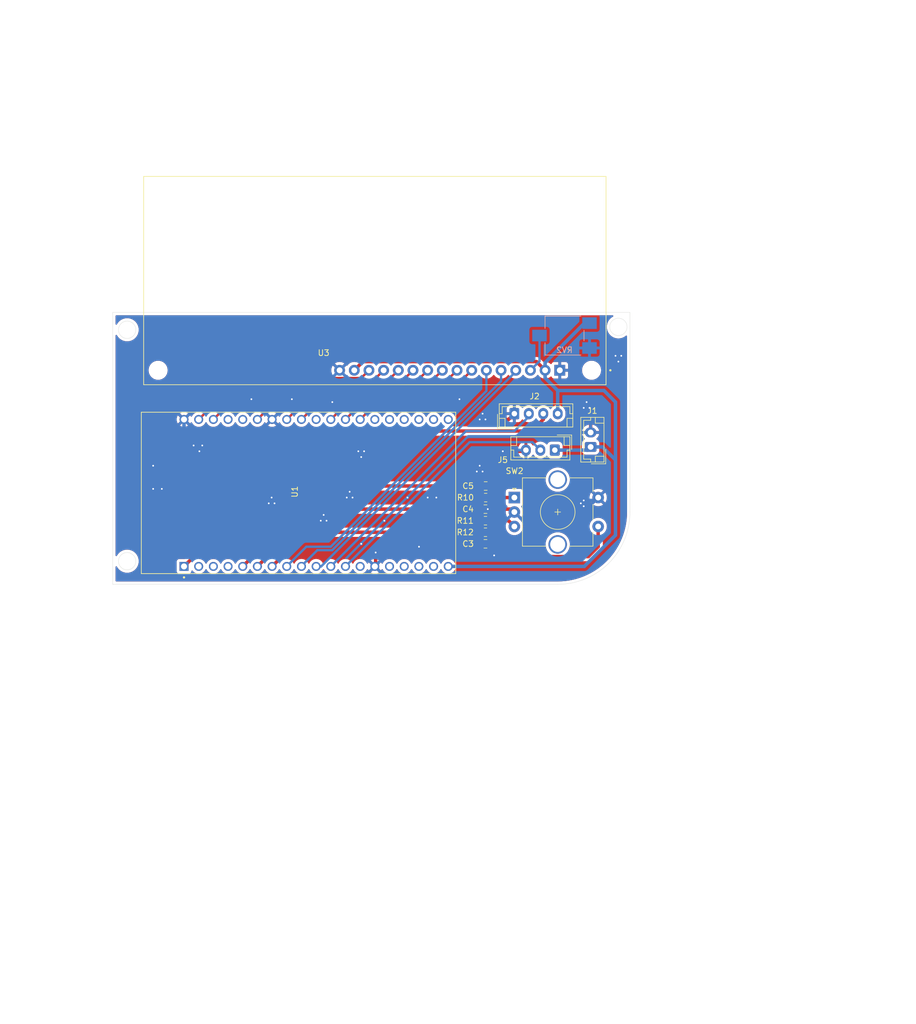
<source format=kicad_pcb>
(kicad_pcb (version 20240108) (generator "pcbnew") (generator_version "8.0")
  (layers (0 "F.Cu" signal) (31 "B.Cu" signal) (34 "B.Paste" user) (35 "F.Paste" user) (36 "B.SilkS" user "B.Silkscreen") (37 "F.SilkS" user "F.Silkscreen") (38 "B.Mask" user) (39 "F.Mask" user) (44 "Edge.Cuts" user))
  (net 0 "")
  (net 1 "GND")
  (net 2 "/5V")
  (net 3 "/BTN")
  (net 4 "/B")
  (net 5 "/A")
  (net 6 "/3V3")
  (net 7 "/Sensor_data")
  (net 8 "/Data_pin")
  (net 9 "Net-(R10-Pad2)")
  (net 10 "Net-(R11-Pad2)")
  (net 11 "Net-(R12-Pad2)")
  (net 13 "/LCD_5")
  (net 14 "/LCD_RS")
  (net 15 "/LCD_6")
  (net 17 "/LCD_7")
  (net 18 "/LCD_4")
  (net 21 "/LCD_E")
  (net 33 "Net-(U3-VO)")
  (net 35 "/LCD_RW")
  (net 36 "/LCD_0")
  (net 37 "/LCD_1")
  (net 38 "/LCD_3")
  (net 39 "/LCD_2")
  (footprint "Capacitor_SMD:C_0805_2012Metric_Pad1.18x1.45mm_HandSolder" (layer "F.Cu") (at 100.0375 103)
    (property "Reference" "C5" (at -3.0375 0 0) (layer "F.SilkS"))
    (property "Value" "0.1uF")
    (fp_line (start -0.261252 -0.735) (end 0.261252 -0.735) (stroke (width 0.12)) (layer "F.SilkS"))
    (fp_line (start -0.261252 0.735) (end 0.261252 0.735) (stroke (width 0.12)) (layer "F.SilkS"))
    (pad "1" smd roundrect (at -1.0375 0) (size 1.175 1.45) (layers "F.Cu" "F.Paste" "F.Mask") (roundrect_rratio 0.212766) (net 5 "/A"))
    (pad "2" smd roundrect (at 1.0375 0) (size 1.175 1.45) (layers "F.Cu" "F.Paste" "F.Mask") (roundrect_rratio 0.212766) (net 1 "GND"))
  )
  (footprint "LCD-16X2:MODULE_LCD-16X2" (layer "F.Cu") (at 80.86 67.5 180)
    (property "Reference" "U3" (at 8.86 -12.5 180) (layer "F.SilkS"))
    (property "Value" "LCD-016N002L")
    (fp_line (start 40 18) (end -40 18) (stroke (width 0.127)) (layer "F.SilkS"))
    (fp_line (start 40 -18) (end 40 18) (stroke (width 0.127)) (layer "F.SilkS"))
    (fp_line (start -40 18) (end -40 -18) (stroke (width 0.127)) (layer "F.SilkS"))
    (fp_line (start -40 -18) (end 40 -18) (stroke (width 0.127)) (layer "F.SilkS"))
    (fp_circle (center -40.75 -15.5) (end -40.65 -15.5) (stroke (width 0.2)) (fill none) (layer "F.SilkS"))
    (pad "" np_thru_hole circle (at -37.5 -15.5 180) (size 2.8 2.8) (drill 2.8) (layers "*.Cu" "*.Mask"))
    (pad "" np_thru_hole circle (at -37.5 15.5 180) (size 2.8 2.8) (drill 2.8) (layers "*.Cu" "*.Mask"))
    (pad "" np_thru_hole circle (at 37.5 -15.5 180) (size 2.8 2.8) (drill 2.8) (layers "*.Cu" "*.Mask"))
    (pad "" np_thru_hole circle (at 37.5 15.5 180) (size 2.8 2.8) (drill 2.8) (layers "*.Cu" "*.Mask"))
    (pad "1" thru_hole rect (at -32 -15.5 180) (size 1.8796 1.8796) (drill 1.016) (layers "*.Cu" "*.Mask") (net 1 "GND"))
    (pad "2" thru_hole circle (at -29.46 -15.5 180) (size 1.8796 1.8796) (drill 1.016) (layers "*.Cu" "*.Mask") (net 2 "/5V"))
    (pad "3" thru_hole circle (at -26.92 -15.5 180) (size 1.8796 1.8796) (drill 1.016) (layers "*.Cu" "*.Mask") (net 33 "Net-(U3-VO)"))
    (pad "4" thru_hole circle (at -24.38 -15.5 180) (size 1.8796 1.8796) (drill 1.016) (layers "*.Cu" "*.Mask") (net 14 "/LCD_RS"))
    (pad "5" thru_hole circle (at -21.84 -15.5 180) (size 1.8796 1.8796) (drill 1.016) (layers "*.Cu" "*.Mask") (net 35 "/LCD_RW"))
    (pad "6" thru_hole circle (at -19.3 -15.5 180) (size 1.8796 1.8796) (drill 1.016) (layers "*.Cu" "*.Mask") (net 21 "/LCD_E"))
    (pad "7" thru_hole circle (at -16.76 -15.5 180) (size 1.8796 1.8796) (drill 1.016) (layers "*.Cu" "*.Mask") (net 36 "/LCD_0"))
    (pad "8" thru_hole circle (at -14.22 -15.5 180) (size 1.8796 1.8796) (drill 1.016) (layers "*.Cu" "*.Mask") (net 37 "/LCD_1"))
    (pad "9" thru_hole circle (at -11.68 -15.5 180) (size 1.8796 1.8796) (drill 1.016) (layers "*.Cu" "*.Mask") (net 39 "/LCD_2"))
    (pad "10" thru_hole circle (at -9.14 -15.5 180) (size 1.8796 1.8796) (drill 1.016) (layers "*.Cu" "*.Mask") (net 38 "/LCD_3"))
    (pad "11" thru_hole circle (at -6.6 -15.5 180) (size 1.8796 1.8796) (drill 1.016) (layers "*.Cu" "*.Mask") (net 18 "/LCD_4"))
    (pad "12" thru_hole circle (at -4.06 -15.5 180) (size 1.8796 1.8796) (drill 1.016) (layers "*.Cu" "*.Mask") (net 13 "/LCD_5"))
    (pad "13" thru_hole circle (at -1.52 -15.5 180) (size 1.8796 1.8796) (drill 1.016) (layers "*.Cu" "*.Mask") (net 15 "/LCD_6"))
    (pad "14" thru_hole circle (at 1.02 -15.5 180) (size 1.8796 1.8796) (drill 1.016) (layers "*.Cu" "*.Mask") (net 17 "/LCD_7"))
    (pad "15" thru_hole circle (at 3.56 -15.5 180) (size 1.8796 1.8796) (drill 1.016) (layers "*.Cu" "*.Mask") (net 2 "/5V"))
    (pad "16" thru_hole circle (at 6.1 -15.5 180) (size 1.8796 1.8796) (drill 1.016) (layers "*.Cu" "*.Mask") (net 1 "GND"))
  )
  (footprint "ESP32-DEVKITC-32D:MODULE_ESP32-DEVKITC-32D" (layer "F.Cu") (at 67.6 104.2 90)
    (property "Reference" "U1" (at 0.2 -0.6 90) (layer "F.SilkS") (effects (font (size 1.000386 1.000386))))
    (property "Value" "ESP32-DEVKITC-32D")
    (fp_line (start 13.95 -27.15) (end 13.95 27.25) (stroke (width 0.127)) (layer "F.SilkS"))
    (fp_line (start -13.95 -27.15) (end 13.95 -27.15) (stroke (width 0.127)) (layer "F.SilkS"))
    (fp_line (start 13.95 27.25) (end -13.95 27.25) (stroke (width 0.127)) (layer "F.SilkS"))
    (fp_line (start -13.95 27.25) (end -13.95 -27.15) (stroke (width 0.127)) (layer "F.SilkS"))
    (fp_circle (center -14.6 -19.76) (end -14.5 -19.76) (stroke (width 0.2)) (fill none) (layer "F.SilkS"))
    (pad "J2-1" thru_hole rect (at -12.7 -19.76 90) (size 1.56 1.56) (drill 1.04) (layers "*.Cu" "*.Mask") (net 6 "/3V3"))
    (pad "J2-2" thru_hole circle (at -12.7 -17.22 90) (size 1.56 1.56) (drill 1.04) (layers "*.Cu" "*.Mask"))
    (pad "J2-3" thru_hole circle (at -12.7 -14.68 90) (size 1.56 1.56) (drill 1.04) (layers "*.Cu" "*.Mask"))
    (pad "J2-4" thru_hole circle (at -12.7 -12.14 90) (size 1.56 1.56) (drill 1.04) (layers "*.Cu" "*.Mask"))
    (pad "J2-5" thru_hole circle (at -12.7 -9.6 90) (size 1.56 1.56) (drill 1.04) (layers "*.Cu" "*.Mask") (net 5 "/A"))
    (pad "J2-6" thru_hole circle (at -12.7 -7.06 90) (size 1.56 1.56) (drill 1.04) (layers "*.Cu" "*.Mask") (net 4 "/B"))
    (pad "J2-7" thru_hole circle (at -12.7 -4.52 90) (size 1.56 1.56) (drill 1.04) (layers "*.Cu" "*.Mask") (net 3 "/BTN"))
    (pad "J2-8" thru_hole circle (at -12.7 -1.98 90) (size 1.56 1.56) (drill 1.04) (layers "*.Cu" "*.Mask") (net 21 "/LCD_E"))
    (pad "J2-9" thru_hole circle (at -12.7 0.56 90) (size 1.56 1.56) (drill 1.04) (layers "*.Cu" "*.Mask") (net 35 "/LCD_RW"))
    (pad "J2-10" thru_hole circle (at -12.7 3.1 90) (size 1.56 1.56) (drill 1.04) (layers "*.Cu" "*.Mask") (net 14 "/LCD_RS"))
    (pad "J2-11" thru_hole circle (at -12.7 5.64 90) (size 1.56 1.56) (drill 1.04) (layers "*.Cu" "*.Mask") (net 7 "/Sensor_data"))
    (pad "J2-12" thru_hole circle (at -12.7 8.18 90) (size 1.56 1.56) (drill 1.04) (layers "*.Cu" "*.Mask") (net 8 "/Data_pin"))
    (pad "J2-13" thru_hole circle (at -12.7 10.72 90) (size 1.56 1.56) (drill 1.04) (layers "*.Cu" "*.Mask"))
    (pad "J2-14" thru_hole circle (at -12.7 13.26 90) (size 1.56 1.56) (drill 1.04) (layers "*.Cu" "*.Mask") (net 1 "GND"))
    (pad "J2-15" thru_hole circle (at -12.7 15.8 90) (size 1.56 1.56) (drill 1.04) (layers "*.Cu" "*.Mask"))
    (pad "J2-16" thru_hole circle (at -12.7 18.34 90) (size 1.56 1.56) (drill 1.04) (layers "*.Cu" "*.Mask"))
    (pad "J2-17" thru_hole circle (at -12.7 20.88 90) (size 1.56 1.56) (drill 1.04) (layers "*.Cu" "*.Mask"))
    (pad "J2-18" thru_hole circle (at -12.7 23.42 90) (size 1.56 1.56) (drill 1.04) (layers "*.Cu" "*.Mask"))
    (pad "J2-19" thru_hole circle (at -12.7 25.96 90) (size 1.56 1.56) (drill 1.04) (layers "*.Cu" "*.Mask") (net 2 "/5V"))
    (pad "J3-1" thru_hole circle (at 12.7 -19.76 90) (size 1.56 1.56) (drill 1.04) (layers "*.Cu" "*.Mask") (net 1 "GND"))
    (pad "J3-2" thru_hole circle (at 12.7 -17.22 90) (size 1.56 1.56) (drill 1.04) (layers "*.Cu" "*.Mask") (net 17 "/LCD_7"))
    (pad "J3-3" thru_hole circle (at 12.7 -14.68 90) (size 1.56 1.56) (drill 1.04) (layers "*.Cu" "*.Mask") (net 15 "/LCD_6"))
    (pad "J3-4" thru_hole circle (at 12.7 -12.14 90) (size 1.56 1.56) (drill 1.04) (layers "*.Cu" "*.Mask"))
    (pad "J3-5" thru_hole circle (at 12.7 -9.6 90) (size 1.56 1.56) (drill 1.04) (layers "*.Cu" "*.Mask"))
    (pad "J3-6" thru_hole circle (at 12.7 -7.06 90) (size 1.56 1.56) (drill 1.04) (layers "*.Cu" "*.Mask") (net 13 "/LCD_5"))
    (pad "J3-7" thru_hole circle (at 12.7 -4.52 90) (size 1.56 1.56) (drill 1.04) (layers "*.Cu" "*.Mask") (net 1 "GND"))
    (pad "J3-8" thru_hole circle (at 12.7 -1.98 90) (size 1.56 1.56) (drill 1.04) (layers "*.Cu" "*.Mask") (net 18 "/LCD_4"))
    (pad "J3-9" thru_hole circle (at 12.7 0.56 90) (size 1.56 1.56) (drill 1.04) (layers "*.Cu" "*.Mask") (net 38 "/LCD_3"))
    (pad "J3-10" thru_hole circle (at 12.7 3.1 90) (size 1.56 1.56) (drill 1.04) (layers "*.Cu" "*.Mask"))
    (pad "J3-11" thru_hole circle (at 12.7 5.64 90) (size 1.56 1.56) (drill 1.04) (layers "*.Cu" "*.Mask") (net 39 "/LCD_2"))
    (pad "J3-12" thru_hole circle (at 12.7 8.18 90) (size 1.56 1.56) (drill 1.04) (layers "*.Cu" "*.Mask") (net 37 "/LCD_1"))
    (pad "J3-13" thru_hole circle (at 12.7 10.72 90) (size 1.56 1.56) (drill 1.04) (layers "*.Cu" "*.Mask") (net 36 "/LCD_0"))
    (pad "J3-14" thru_hole circle (at 12.7 13.26 90) (size 1.56 1.56) (drill 1.04) (layers "*.Cu" "*.Mask"))
    (pad "J3-15" thru_hole circle (at 12.7 15.8 90) (size 1.56 1.56) (drill 1.04) (layers "*.Cu" "*.Mask"))
    (pad "J3-16" thru_hole circle (at 12.7 18.34 90) (size 1.56 1.56) (drill 1.04) (layers "*.Cu" "*.Mask"))
    (pad "J3-17" thru_hole circle (at 12.7 20.88 90) (size 1.56 1.56) (drill 1.04) (layers "*.Cu" "*.Mask"))
    (pad "J3-18" thru_hole circle (at 12.7 23.42 90) (size 1.56 1.56) (drill 1.04) (layers "*.Cu" "*.Mask"))
    (pad "J3-19" thru_hole circle (at 12.7 25.96 90) (size 1.56 1.56) (drill 1.04) (layers "*.Cu" "*.Mask"))
  )
  (footprint "Capacitor_SMD:C_0805_2012Metric_Pad1.18x1.45mm_HandSolder" (layer "F.Cu") (at 100 107)
    (property "Reference" "C4" (at -3 0 0) (layer "F.SilkS"))
    (property "Value" "0.1uF")
    (fp_line (start -0.261252 -0.735) (end 0.261252 -0.735) (stroke (width 0.12)) (layer "F.SilkS"))
    (fp_line (start -0.261252 0.735) (end 0.261252 0.735) (stroke (width 0.12)) (layer "F.SilkS"))
    (pad "1" smd roundrect (at -1.0375 0) (size 1.175 1.45) (layers "F.Cu" "F.Paste" "F.Mask") (roundrect_rratio 0.212766) (net 4 "/B"))
    (pad "2" smd roundrect (at 1.0375 0) (size 1.175 1.45) (layers "F.Cu" "F.Paste" "F.Mask") (roundrect_rratio 0.212766) (net 1 "GND"))
  )
  (footprint "Resistor_SMD:R_0805_2012Metric_Pad1.20x1.40mm_HandSolder" (layer "F.Cu") (at 100 109)
    (property "Reference" "R11" (at -3.5 0 0) (layer "F.SilkS"))
    (property "Value" "22k")
    (fp_line (start -0.227064 -0.735) (end 0.227064 -0.735) (stroke (width 0.12)) (layer "F.SilkS"))
    (fp_line (start -0.227064 0.735) (end 0.227064 0.735) (stroke (width 0.12)) (layer "F.SilkS"))
    (pad "1" smd roundrect (at -1 0) (size 1.2 1.4) (layers "F.Cu" "F.Paste" "F.Mask") (roundrect_rratio 0.208333) (net 4 "/B"))
    (pad "2" smd roundrect (at 1 0) (size 1.2 1.4) (layers "F.Cu" "F.Paste" "F.Mask") (roundrect_rratio 0.208333) (net 10 "Net-(R11-Pad2)"))
  )
  (footprint "Connector_JST:JST_EH_B3B-EH-A_1x03_P2.50mm_Vertical" (layer "F.Cu") (at 112 96.8 180)
    (property "Reference" "J5" (at 9 -1.7 180) (layer "F.SilkS"))
    (property "Value" "Conn_01x03_Socket")
    (fp_line (start 7.61 2.31) (end 7.61 -1.71) (stroke (width 0.12)) (layer "F.SilkS"))
    (fp_line (start 7.61 0.81) (end 6.61 0.81) (stroke (width 0.12)) (layer "F.SilkS"))
    (fp_line (start 7.61 -1.71) (end -2.61 -1.71) (stroke (width 0.12)) (layer "F.SilkS"))
    (fp_line (start 7.11 0) (end 7.61 0) (stroke (width 0.12)) (layer "F.SilkS"))
    (fp_line (start 7.11 -1.21) (end 7.11 0) (stroke (width 0.12)) (layer "F.SilkS"))
    (fp_line (start 6.61 0.81) (end 6.61 2.31) (stroke (width 0.12)) (layer "F.SilkS"))
    (fp_line (start -1.61 0.81) (end -1.61 2.31) (stroke (width 0.12)) (layer "F.SilkS"))
    (fp_line (start -2.11 0) (end -2.11 -1.21) (stroke (width 0.12)) (layer "F.SilkS"))
    (fp_line (start -2.11 -1.21) (end 7.11 -1.21) (stroke (width 0.12)) (layer "F.SilkS"))
    (fp_line (start -2.61 2.31) (end 7.61 2.31) (stroke (width 0.12)) (layer "F.SilkS"))
    (fp_line (start -2.61 0.81) (end -1.61 0.81) (stroke (width 0.12)) (layer "F.SilkS"))
    (fp_line (start -2.61 0) (end -2.11 0) (stroke (width 0.12)) (layer "F.SilkS"))
    (fp_line (start -2.61 -1.71) (end -2.61 2.31) (stroke (width 0.12)) (layer "F.SilkS"))
    (fp_line (start -2.91 2.61) (end -0.41 2.61) (stroke (width 0.12)) (layer "F.SilkS"))
    (fp_line (start -2.91 0.11) (end -2.91 2.61) (stroke (width 0.12)) (layer "F.SilkS"))
    (pad "1" thru_hole roundrect (at 0 0 180) (size 1.7 1.95) (drill 0.95) (layers "*.Cu" "*.Mask") (roundrect_rratio 0.147059) (net 2 "/5V"))
    (pad "2" thru_hole oval (at 2.5 0 180) (size 1.7 1.95) (drill 0.95) (layers "*.Cu" "*.Mask") (net 8 "/Data_pin"))
    (pad "3" thru_hole oval (at 5 0 180) (size 1.7 1.95) (drill 0.95) (layers "*.Cu" "*.Mask") (net 1 "GND"))
  )
  (footprint "Resistor_SMD:R_0805_2012Metric_Pad1.20x1.40mm_HandSolder" (layer "F.Cu") (at 100 111)
    (property "Reference" "R12" (at -3.5 0 0) (layer "F.SilkS"))
    (property "Value" "22k")
    (fp_line (start -0.227064 -0.735) (end 0.227064 -0.735) (stroke (width 0.12)) (layer "F.SilkS"))
    (fp_line (start -0.227064 0.735) (end 0.227064 0.735) (stroke (width 0.12)) (layer "F.SilkS"))
    (pad "1" smd roundrect (at -1 0) (size 1.2 1.4) (layers "F.Cu" "F.Paste" "F.Mask") (roundrect_rratio 0.208333) (net 3 "/BTN"))
    (pad "2" smd roundrect (at 1 0) (size 1.2 1.4) (layers "F.Cu" "F.Paste" "F.Mask") (roundrect_rratio 0.208333) (net 11 "Net-(R12-Pad2)"))
  )
  (footprint "Capacitor_SMD:C_0805_2012Metric_Pad1.18x1.45mm_HandSolder" (layer "F.Cu") (at 100 113)
    (property "Reference" "C3" (at -3 0 0) (layer "F.SilkS"))
    (property "Value" "0.1uF")
    (fp_line (start -0.261252 -0.735) (end 0.261252 -0.735) (stroke (width 0.12)) (layer "F.SilkS"))
    (fp_line (start -0.261252 0.735) (end 0.261252 0.735) (stroke (width 0.12)) (layer "F.SilkS"))
    (pad "1" smd roundrect (at -1.0375 0) (size 1.175 1.45) (layers "F.Cu" "F.Paste" "F.Mask") (roundrect_rratio 0.212766) (net 3 "/BTN"))
    (pad "2" smd roundrect (at 1.0375 0) (size 1.175 1.45) (layers "F.Cu" "F.Paste" "F.Mask") (roundrect_rratio 0.212766) (net 1 "GND"))
  )
  (footprint "Rotary_Encoder:RotaryEncoder_Alps_EC11E-Switch_Vertical_H20mm_CircularMountingHoles" (layer "F.Cu") (at 105 105)
    (property "Reference" "SW2" (at 0.0375 -4.6 0) (layer "F.SilkS"))
    (property "Value" "RotaryEncoder_Switch")
    (fp_line (start -0.3 -1.6) (end 0.3 -1.6) (stroke (width 0.12)) (layer "F.SilkS"))
    (fp_line (start 0 -1.3) (end -0.3 -1.6) (stroke (width 0.12)) (layer "F.SilkS"))
    (fp_line (start 0.3 -1.6) (end 0 -1.3) (stroke (width 0.12)) (layer "F.SilkS"))
    (fp_line (start 1.4 -3.4) (end 1.4 8.4) (stroke (width 0.12)) (layer "F.SilkS"))
    (fp_line (start 5.5 -3.4) (end 1.4 -3.4) (stroke (width 0.12)) (layer "F.SilkS"))
    (fp_line (start 5.5 8.4) (end 1.4 8.4) (stroke (width 0.12)) (layer "F.SilkS"))
    (fp_line (start 7 2.5) (end 8 2.5) (stroke (width 0.12)) (layer "F.SilkS"))
    (fp_line (start 7.5 2) (end 7.5 3) (stroke (width 0.12)) (layer "F.SilkS"))
    (fp_line (start 9.5 -3.4) (end 13.6 -3.4) (stroke (width 0.12)) (layer "F.SilkS"))
    (fp_line (start 13.6 -3.4) (end 13.6 -1) (stroke (width 0.12)) (layer "F.SilkS"))
    (fp_line (start 13.6 1.2) (end 13.6 3.8) (stroke (width 0.12)) (layer "F.SilkS"))
    (fp_line (start 13.6 6) (end 13.6 8.4) (stroke (width 0.12)) (layer "F.SilkS"))
    (fp_line (start 13.6 8.4) (end 9.5 8.4) (stroke (width 0.12)) (layer "F.SilkS"))
    (fp_circle (center 7.5 2.5) (end 10.5 2.5) (stroke (width 0.12)) (fill none) (layer "F.SilkS"))
    (pad "A" thru_hole rect (at 0 0) (size 2 2) (drill 1) (layers "*.Cu" "*.Mask") (net 9 "Net-(R10-Pad2)"))
    (pad "B" thru_hole circle (at 0 5) (size 2 2) (drill 1) (layers "*.Cu" "*.Mask") (net 10 "Net-(R11-Pad2)"))
    (pad "C" thru_hole circle (at 0 2.5) (size 2 2) (drill 1) (layers "*.Cu" "*.Mask") (net 1 "GND"))
    (pad "MP" thru_hole circle (at 7.5 -3.1) (size 3.2 3.2) (drill 2.6) (layers "*.Cu" "*.Mask"))
    (pad "MP" thru_hole circle (at 7.5 8.1) (size 3.2 3.2) (drill 2.6) (layers "*.Cu" "*.Mask"))
    (pad "S1" thru_hole circle (at 14.5 5) (size 2 2) (drill 1) (layers "*.Cu" "*.Mask") (net 11 "Net-(R12-Pad2)"))
    (pad "S2" thru_hole circle (at 14.5 0) (size 2 2) (drill 1) (layers "*.Cu" "*.Mask") (net 1 "GND"))
  )
  (footprint "Connector_JST:JST_EH_B2B-EH-A_1x02_P2.50mm_Vertical" (layer "F.Cu") (at 118.2 96.25 90)
    (property "Reference" "J1" (at 6.25 0.3 180) (layer "F.SilkS"))
    (property "Value" "Conn_01x02_Socket")
    (fp_line (start 5.11 -1.71) (end -2.61 -1.71) (stroke (width 0.12)) (layer "F.SilkS"))
    (fp_line (start -2.61 -1.71) (end -2.61 2.31) (stroke (width 0.12)) (layer "F.SilkS"))
    (fp_line (start 4.61 -1.21) (end 4.61 0) (stroke (width 0.12)) (layer "F.SilkS"))
    (fp_line (start -2.11 -1.21) (end 4.61 -1.21) (stroke (width 0.12)) (layer "F.SilkS"))
    (fp_line (start 4.61 0) (end 5.11 0) (stroke (width 0.12)) (layer "F.SilkS"))
    (fp_line (start -2.11 0) (end -2.11 -1.21) (stroke (width 0.12)) (layer "F.SilkS"))
    (fp_line (start -2.61 0) (end -2.11 0) (stroke (width 0.12)) (layer "F.SilkS"))
    (fp_line (start -2.91 0.11) (end -2.91 2.61) (stroke (width 0.12)) (layer "F.SilkS"))
    (fp_line (start 5.11 0.81) (end 4.11 0.81) (stroke (width 0.12)) (layer "F.SilkS"))
    (fp_line (start 4.11 0.81) (end 4.11 2.31) (stroke (width 0.12)) (layer "F.SilkS"))
    (fp_line (start -1.61 0.81) (end -1.61 2.31) (stroke (width 0.12)) (layer "F.SilkS"))
    (fp_line (start -2.61 0.81) (end -1.61 0.81) (stroke (width 0.12)) (layer "F.SilkS"))
    (fp_line (start 5.11 2.31) (end 5.11 -1.71) (stroke (width 0.12)) (layer "F.SilkS"))
    (fp_line (start -2.61 2.31) (end 5.11 2.31) (stroke (width 0.12)) (layer "F.SilkS"))
    (fp_line (start -2.91 2.61) (end -0.41 2.61) (stroke (width 0.12)) (layer "F.SilkS"))
    (pad "1" thru_hole roundrect (at 0 0 90) (size 1.7 2) (drill 1) (layers "*.Cu" "*.Mask") (roundrect_rratio 0.147059) (net 2 "/5V"))
    (pad "2" thru_hole oval (at 2.5 0 90) (size 1.7 2) (drill 1) (layers "*.Cu" "*.Mask") (net 1 "GND"))
  )
  (footprint "Connector_JST:JST_EH_B4B-EH-A_1x04_P2.50mm_Vertical" (layer "F.Cu") (at 105 90.5)
    (property "Reference" "J2" (at 3.5 -3 180) (layer "F.SilkS"))
    (property "Value" "Conn_01x04_Socket")
    (fp_line (start -2.91 0.11) (end -2.91 2.61) (stroke (width 0.12)) (layer "F.SilkS"))
    (fp_line (start -2.91 2.61) (end -0.41 2.61) (stroke (width 0.12)) (layer "F.SilkS"))
    (fp_line (start -2.61 -1.71) (end -2.61 2.31) (stroke (width 0.12)) (layer "F.SilkS"))
    (fp_line (start -2.61 0) (end -2.11 0) (stroke (width 0.12)) (layer "F.SilkS"))
    (fp_line (start -2.61 0.81) (end -1.61 0.81) (stroke (width 0.12)) (layer "F.SilkS"))
    (fp_line (start -2.61 2.31) (end 10.11 2.31) (stroke (width 0.12)) (layer "F.SilkS"))
    (fp_line (start -2.11 -1.21) (end 9.61 -1.21) (stroke (width 0.12)) (layer "F.SilkS"))
    (fp_line (start -2.11 0) (end -2.11 -1.21) (stroke (width 0.12)) (layer "F.SilkS"))
    (fp_line (start -1.61 0.81) (end -1.61 2.31) (stroke (width 0.12)) (layer "F.SilkS"))
    (fp_line (start 9.11 0.81) (end 9.11 2.31) (stroke (width 0.12)) (layer "F.SilkS"))
    (fp_line (start 9.61 -1.21) (end 9.61 0) (stroke (width 0.12)) (layer "F.SilkS"))
    (fp_line (start 9.61 0) (end 10.11 0) (stroke (width 0.12)) (layer "F.SilkS"))
    (fp_line (start 10.11 -1.71) (end -2.61 -1.71) (stroke (width 0.12)) (layer "F.SilkS"))
    (fp_line (start 10.11 0.81) (end 9.11 0.81) (stroke (width 0.12)) (layer "F.SilkS"))
    (fp_line (start 10.11 2.31) (end 10.11 -1.71) (stroke (width 0.12)) (layer "F.SilkS"))
    (pad "1" thru_hole roundrect (at 0 0) (size 1.7 1.95) (drill 0.95) (layers "*.Cu" "*.Mask") (roundrect_rratio 0.147059) (net 1 "GND"))
    (pad "2" thru_hole oval (at 2.5 0) (size 1.7 1.95) (drill 0.95) (layers "*.Cu" "*.Mask") (net 7 "/Sensor_data"))
    (pad "3" thru_hole oval (at 5 0) (size 1.7 1.95) (drill 0.95) (layers "*.Cu" "*.Mask") (net 6 "/3V3"))
    (pad "4" thru_hole oval (at 7.5 0) (size 1.7 1.95) (drill 0.95) (layers "*.Cu" "*.Mask") (net 2 "/5V"))
  )
  (footprint "Resistor_SMD:R_0805_2012Metric_Pad1.20x1.40mm_HandSolder" (layer "F.Cu") (at 100.0375 105)
    (property "Reference" "R10" (at -3.5 0 0) (layer "F.SilkS"))
    (property "Value" "22k")
    (fp_line (start -0.227064 -0.735) (end 0.227064 -0.735) (stroke (width 0.12)) (layer "F.SilkS"))
    (fp_line (start -0.227064 0.735) (end 0.227064 0.735) (stroke (width 0.12)) (layer "F.SilkS"))
    (pad "1" smd roundrect (at -1 0) (size 1.2 1.4) (layers "F.Cu" "F.Paste" "F.Mask") (roundrect_rratio 0.208333) (net 5 "/A"))
    (pad "2" smd roundrect (at 1 0) (size 1.2 1.4) (layers "F.Cu" "F.Paste" "F.Mask") (roundrect_rratio 0.208333) (net 9 "Net-(R10-Pad2)"))
  )
  (footprint "Potentiometer_SMD:Potentiometer_ACP_CA6-VSMD_Vertical" (layer "B.Cu") (at 113.675 77 180)
    (property "Reference" "RV2" (at 0 -2.5 0) (layer "B.SilkS") (effects (justify mirror)))
    (property "Value" "10k")
    (fp_line (start 3.37 3.371) (end -2.834 3.371) (stroke (width 0.12)) (layer "B.SilkS"))
    (fp_line (start 3.37 1.24) (end 3.37 3.371) (stroke (width 0.12)) (layer "B.SilkS"))
    (fp_line (start 3.37 -3.37) (end 3.37 -1.24) (stroke (width 0.12)) (layer "B.SilkS"))
    (fp_line (start 3.37 -3.37) (end -2.834 -3.37) (stroke (width 0.12)) (layer "B.SilkS"))
    (fp_line (start -3.37 -0.91) (end -3.37 0.909) (stroke (width 0.12)) (layer "B.SilkS"))
    (pad "1" smd rect (at -4.325 -2.15 180) (size 2.5 2) (layers "B.Cu" "B.Paste" "B.Mask") (net 1 "GND"))
    (pad "2" smd rect (at 4.325 0 180) (size 2.5 2) (layers "B.Cu" "B.Paste" "B.Mask") (net 33 "Net-(U3-VO)"))
    (pad "3" smd rect (at -4.325 2.15 180) (size 2.5 2) (layers "B.Cu" "B.Paste" "B.Mask") (net 2 "/5V"))
  )
  (gr_arc (start 125 107.5) (mid 121.338835 116.338835) (end 112.5 120) (stroke (width 0.05)) (layer "Edge.Cuts"))
  (gr_circle (center 38 116) (end 38 117.5) (stroke (width 0.05)) (fill none) (layer "Edge.Cuts"))
  (gr_line (start 125 107.5) (end 125 73) (stroke (width 0.05)) (layer "Edge.Cuts"))
  (gr_line (start 125 73) (end 35.5 73) (stroke (width 0.05)) (layer "Edge.Cuts"))
  (gr_line (start 35.5 120) (end 112.5 120) (stroke (width 0.05)) (layer "Edge.Cuts"))
  (gr_circle (center 123 75.5) (end 124.5 75.5) (stroke (width 0.05)) (fill none) (layer "Edge.Cuts"))
  (gr_circle (center 38 76) (end 36.5 76) (stroke (width 0.05)) (fill none) (layer "Edge.Cuts"))
  (gr_line (start 35.5 73) (end 35.5 120) (stroke (width 0.05)) (layer "Edge.Cuts"))
  (segment (start 81 114.5) (end 81 116.76) (width 0.6) (layer "F.Cu") (net 1))
  (segment (start 100.4 107) (end 101.0375 107) (width 0.6) (layer "F.Cu") (net 1))
  (segment (start 101.0375 114.5375) (end 101.5 115) (width 0.6) (layer "F.Cu") (net 1))
  (segment (start 99.5 101.425) (end 101.075 103) (width 0.6) (layer "F.Cu") (net 1))
  (segment (start 118.2 93.75) (end 118.2 89.7) (width 0.6) (layer "F.Cu") (net 1))
  (segment (start 106.8 97) (end 107 96.8) (width 0.6) (layer "F.Cu") (net 1))
  (segment (start 100 91.5) (end 104 91.5) (width 0.6) (layer "F.Cu") (net 1))
  (segment (start 101.0375 113) (end 101.0375 114.5375) (width 0.6) (layer "F.Cu") (net 1))
  (segment (start 101.0375 107) (end 104.5 107) (width 0.6) (layer "F.Cu") (net 1))
  (segment (start 81 116.76) (end 80.86 116.9) (width 0.6) (layer "F.Cu") (net 1))
  (segment (start 103 97) (end 106.8 97) (width 0.6) (layer "F.Cu") (net 1))
  (segment (start 118.2 89.7) (end 118 89.5) (width 0.6) (layer "F.Cu") (net 1))
  (segment (start 104 91.5) (end 105 90.5) (width 0.6) (layer "F.Cu") (net 1))
  (segment (start 99.5 100.5) (end 99.5 101.425) (width 0.6) (layer "F.Cu") (net 1))
  (segment (start 104.5 107) (end 105 107.5) (width 0.6) (layer "F.Cu") (net 1))
  (via (at 90 105) (size 0.6) (drill 0.3) (layers "F.Cu" "B.Cu") (net 1))
  (via (at 42.5 103.5) (size 0.6) (drill 0.3) (layers "F.Cu" "B.Cu") (net 1))
  (via (at 82.5 109) (size 0.6) (drill 0.3) (layers "F.Cu" "B.Cu") (net 1))
  (via (at 78 97) (size 0.6) (drill 0.3) (layers "F.Cu" "B.Cu") (net 1))
  (via (at 99.5 90.5) (size 0.6) (drill 0.3) (layers "F.Cu" "B.Cu") (net 1))
  (via (at 59.5 88) (size 0.6) (drill 0.3) (layers "F.Cu" "B.Cu") (net 1))
  (via (at 76.5 104) (size 0.6) (drill 0.3) (layers "F.Cu" "B.Cu") (net 1))
  (via (at 122.5 80.5) (size 0.6) (drill 0.3) (layers "F.Cu" "B.Cu") (net 1))
  (via (at 49.5 96) (size 0.6) (drill 0.3) (layers "F.Cu" "B.Cu") (net 1))
  (via (at 76 105) (size 0.6) (drill 0.3) (layers "F.Cu" "B.Cu") (net 1))
  (via (at 100 91.5) (size 0.6) (drill 0.3) (layers "F.Cu" "B.Cu") (net 1))
  (via (at 72 108) (size 0.6) (drill 0.3) (layers "F.Cu" "B.Cu") (net 1))
  (via (at 117 89.5) (size 0.6) (drill 0.3) (layers "F.Cu" "B.Cu") (net 1))
  (via (at 73.5 88.5) (size 0.6) (drill 0.3) (layers "F.Cu" "B.Cu") (net 1))
  (via (at 99.5 100.5) (size 0.6) (drill 0.3) (layers "F.Cu" "B.Cu") (net 1))
  (via (at 117.5 88.5) (size 0.6) (drill 0.3) (layers "F.Cu" "B.Cu") (net 1))
  (via (at 116.5 106) (size 0.6) (drill 0.3) (layers "F.Cu" "B.Cu") (net 1))
  (via (at 78.5 98) (size 0.6) (drill 0.3) (layers "F.Cu" "B.Cu") (net 1))
  (via (at 123.5 80.5) (size 0.6) (drill 0.3) (layers "F.Cu" "B.Cu") (net 1))
  (via (at 101.5 115) (size 0.6) (drill 0.3) (layers "F.Cu" "B.Cu") (net 1))
  (via (at 71.5 109) (size 0.6) (drill 0.3) (layers "F.Cu" "B.Cu") (net 1))
  (via (at 86.5 105) (size 0.6) (drill 0.3) (layers "F.Cu" "B.Cu") (net 1))
  (via (at 117 106.5) (size 0.6) (drill 0.3) (layers "F.Cu" "B.Cu") (net 1))
  (via (at 44 103.5) (size 0.6) (drill 0.3) (layers "F.Cu" "B.Cu") (net 1))
  (via (at 51 96) (size 0.6) (drill 0.3) (layers "F.Cu" "B.Cu") (net 1))
  (via (at 88.5 113.5) (size 0.6) (drill 0.3) (layers "F.Cu" "B.Cu") (net 1))
  (via (at 78.5 113) (size 0.6) (drill 0.3) (layers "F.Cu" "B.Cu") (net 1))
  (via (at 42.5 99.5) (size 0.6) (drill 0.3) (layers "F.Cu" "B.Cu") (net 1))
  (via (at 91.5 105) (size 0.6) (drill 0.3) (layers "F.Cu" "B.Cu") (net 1))
  (via (at 103 97) (size 0.6) (drill 0.3) (layers "F.Cu" "B.Cu") (net 1))
  (via (at 63 105) (size 0.6) (drill 0.3) (layers "F.Cu" "B.Cu") (net 1))
  (via (at 95.5 88) (size 0.6) (drill 0.3) (layers "F.Cu" "B.Cu") (net 1))
  (via (at 117 105.5) (size 0.6) (drill 0.3) (layers "F.Cu" "B.Cu") (net 1))
  (via (at 99 91.5) (size 0.6) (drill 0.3) (layers "F.Cu" "B.Cu") (net 1))
  (via (at 63.5 106) (size 0.6) (drill 0.3) (layers "F.Cu" "B.Cu") (net 1))
  (via (at 123 81.5) (size 0.6) (drill 0.3) (layers "F.Cu" "B.Cu") (net 1))
  (via (at 98.5 100.5) (size 0.6) (drill 0.3) (layers "F.Cu" "B.Cu") (net 1))
  (via (at 50.5 97) (size 0.6) (drill 0.3) (layers "F.Cu" "B.Cu") (net 1))
  (via (at 62.5 106) (size 0.6) (drill 0.3) (layers "F.Cu" "B.Cu") (net 1))
  (via (at 79 97) (size 0.6) (drill 0.3) (layers "F.Cu" "B.Cu") (net 1))
  (via (at 81 114.5) (size 0.6) (drill 0.3) (layers "F.Cu" "B.Cu") (net 1))
  (via (at 99 99.5) (size 0.6) (drill 0.3) (layers "F.Cu" "B.Cu") (net 1))
  (via (at 66.5 88) (size 0.6) (drill 0.3) (layers "F.Cu" "B.Cu") (net 1))
  (via (at 77 105) (size 0.6) (drill 0.3) (layers "F.Cu" "B.Cu") (net 1))
  (via (at 100.4 107) (size 0.6) (drill 0.3) (layers "F.Cu" "B.Cu") (net 1))
  (via (at 72.5 109) (size 0.6) (drill 0.3) (layers "F.Cu" "B.Cu") (net 1))
  (via (at 118 89.5) (size 0.6) (drill 0.3) (layers "F.Cu" "B.Cu") (net 1))
  (segment (start 47.84 94.34) (end 49.5 96) (width 0.6) (layer "B.Cu") (net 1))
  (segment (start 117 105.5) (end 119 105.5) (width 0.6) (layer "B.Cu") (net 1))
  (segment (start 50.5 96.5) (end 51 96) (width 0.6) (layer "B.Cu") (net 1))
  (segment (start 47.84 91.5) (end 47.84 94.34) (width 0.6) (layer "B.Cu") (net 1))
  (segment (start 50.5 97) (end 50.5 96.5) (width 0.6) (layer "B.Cu") (net 1))
  (segment (start 49.5 96) (end 50.5 97) (width 0.6) (layer "B.Cu") (net 1))
  (segment (start 119 105.5) (end 119.5 105) (width 0.6) (layer "B.Cu") (net 1))
  (segment (start 78.8 81.5) (end 108.82 81.5) (width 0.6) (layer "F.Cu") (net 2))
  (segment (start 108.82 81.5) (end 110.32 83) (width 0.6) (layer "F.Cu") (net 2))
  (segment (start 77.3 83) (end 78.8 81.5) (width 0.6) (layer "F.Cu") (net 2))
  (segment (start 112.5 90.5) (end 112.5 86.509077) (width 0.6) (layer "B.Cu") (net 2))
  (segment (start 117.140923 74.85) (end 118 74.85) (width 0.6) (layer "B.Cu") (net 2))
  (segment (start 122.5 102) (end 122.5 98.5) (width 0.6) (layer "B.Cu") (net 2))
  (segment (start 117.65 96.8) (end 118.2 96.25) (width 0.6) (layer "B.Cu") (net 2))
  (segment (start 120.25 96.25) (end 122.5 98.5) (width 0.6) (layer "B.Cu") (net 2))
  (segment (start 118.2 96.25) (end 120.25 96.25) (width 0.6) (layer "B.Cu") (net 2))
  (segment (start 93.56 116.9) (end 117.1 116.9) (width 0.6) (layer "B.Cu") (net 2))
  (segment (start 122.5 88.5) (end 122.5 98.5) (width 0.6) (layer "B.Cu") (net 2))
  (segment (start 110.32 81.670923) (end 117.140923 74.85) (width 0.6) (layer "B.Cu") (net 2))
  (segment (start 112.490923 86.5) (end 120.5 86.5) (width 0.6) (layer "B.Cu") (net 2))
  (segment (start 110.32 83) (end 110.32 81.670923) (width 0.6) (layer "B.Cu") (net 2))
  (segment (start 122.5 111.5) (end 122.5 102) (width 0.6) (layer "B.Cu") (net 2))
  (segment (start 112.5 86.509077) (end 112.490923 86.5) (width 0.6) (layer "B.Cu") (net 2))
  (segment (start 110.32 83) (end 110.32 84.329077) (width 0.6) (layer "B.Cu") (net 2))
  (segment (start 110.32 84.329077) (end 112.490923 86.5) (width 0.6) (layer "B.Cu") (net 2))
  (segment (start 112 96.8) (end 117.65 96.8) (width 0.6) (layer "B.Cu") (net 2))
  (segment (start 117.1 116.9) (end 122.5 111.5) (width 0.6) (layer "B.Cu") (net 2))
  (segment (start 120.5 86.5) (end 122.5 88.5) (width 0.6) (layer "B.Cu") (net 2))
  (segment (start 68.98 111) (end 63.08 116.9) (width 0.6) (layer "F.Cu") (net 3))
  (segment (start 99 111) (end 99 112.9625) (width 0.6) (layer "F.Cu") (net 3))
  (segment (start 99 111) (end 68.98 111) (width 0.6) (layer "F.Cu") (net 3))
  (segment (start 99 112.9625) (end 98.9625 113) (width 0.6) (layer "F.Cu") (net 3))
  (segment (start 98.9625 107) (end 70.44 107) (width 0.6) (layer "F.Cu") (net 4))
  (segment (start 70.44 107) (end 60.54 116.9) (width 0.6) (layer "F.Cu") (net 4))
  (segment (start 98.9625 108.9625) (end 99 109) (width 0.6) (layer "F.Cu") (net 4))
  (segment (start 98.9625 107) (end 98.9625 108.9625) (width 0.6) (layer "F.Cu") (net 4))
  (segment (start 99 103) (end 71.9 103) (width 0.6) (layer "F.Cu") (net 5))
  (segment (start 99 103) (end 99 104.9625) (width 0.6) (layer "F.Cu") (net 5))
  (segment (start 99 104.9625) (end 99.0375 105) (width 0.6) (layer "F.Cu") (net 5))
  (segment (start 71.9 103) (end 58 116.9) (width 0.6) (layer "F.Cu") (net 5))
  (segment (start 110 91.5) (end 110 90.5) (width 0.6) (layer "F.Cu") (net 6))
  (segment (start 47.84 116.9) (end 71.24 93.5) (width 0.6) (layer "F.Cu") (net 6))
  (segment (start 71.24 93.5) (end 108 93.5) (width 0.6) (layer "F.Cu") (net 6))
  (segment (start 108 93.5) (end 110 91.5) (width 0.6) (layer "F.Cu") (net 6))
  (segment (start 107.5 91) (end 107.5 90.5) (width 0.4) (layer "B.Cu") (net 7))
  (segment (start 96.64 93.5) (end 105 93.5) (width 0.4) (layer "B.Cu") (net 7))
  (segment (start 73.24 116.9) (end 96.64 93.5) (width 0.4) (layer "B.Cu") (net 7))
  (segment (start 105 93.5) (end 107.5 91) (width 0.4) (layer "B.Cu") (net 7))
  (segment (start 108.125 95.425) (end 109.5 96.8) (width 0.4) (layer "B.Cu") (net 8))
  (segment (start 97.255 95.425) (end 108.125 95.425) (width 0.4) (layer "B.Cu") (net 8))
  (segment (start 75.78 116.9) (end 97.255 95.425) (width 0.4) (layer "B.Cu") (net 8))
  (segment (start 101.0375 105) (end 105 105) (width 0.6) (layer "F.Cu") (net 9))
  (segment (start 104 109) (end 105 110) (width 0.6) (layer "F.Cu") (net 10))
  (segment (start 101 109) (end 104 109) (width 0.6) (layer "F.Cu") (net 10))
  (segment (start 105.2 115.2) (end 117.8 115.2) (width 0.6) (layer "F.Cu") (net 11))
  (segment (start 117.8 115.2) (end 119.5 113.5) (width 0.6) (layer "F.Cu") (net 11))
  (segment (start 101 111) (end 105.2 115.2) (width 0.6) (layer "F.Cu") (net 11))
  (segment (start 119.5 113.5) (end 119.5 110) (width 0.6) (layer "F.Cu") (net 11))
  (segment (start 82.3802 85.5398) (end 84.92 83) (width 0.4) (layer "F.Cu") (net 13))
  (segment (start 60.54 91.5) (end 66.5002 85.5398) (width 0.4) (layer "F.Cu") (net 13))
  (segment (start 66.5002 85.5398) (end 82.3802 85.5398) (width 0.4) (layer "F.Cu") (net 13))
  (segment (start 105.24 83) (end 105.24 83.185829) (width 0.4) (layer "F.Cu") (net 14))
  (segment (start 105.24 83.608528) (end 105.24 83) (width 0.4) (layer "B.Cu") (net 14))
  (segment (start 71.571227 116.9) (end 105.24 83.231227) (width 0.4) (layer "B.Cu") (net 14))
  (segment (start 105.24 83.231227) (end 105.24 83) (width 0.4) (layer "B.Cu") (net 14))
  (segment (start 70.7 116.9) (end 71.571227 116.9) (width 0.4) (layer "B.Cu") (net 14))
  (segment (start 52.92 91.5) (end 59.4802 84.9398) (width 0.4) (layer "F.Cu") (net 15))
  (segment (start 80.4402 84.9398) (end 82.38 83) (width 0.4) (layer "F.Cu") (net 15))
  (segment (start 59.4802 84.9398) (end 80.4402 84.9398) (width 0.4) (layer "F.Cu") (net 15))
  (segment (start 57.5402 84.3398) (end 50.38 91.5) (width 0.4) (layer "F.Cu") (net 17))
  (segment (start 79.84 83) (end 78.5002 84.3398) (width 0.4) (layer "F.Cu") (net 17))
  (segment (start 78.5002 84.3398) (end 57.5402 84.3398) (width 0.4) (layer "F.Cu") (net 17))
  (segment (start 70.9802 86.1398) (end 84.3202 86.1398) (width 0.4) (layer "F.Cu") (net 18))
  (segment (start 65.62 91.5) (end 70.9802 86.1398) (width 0.4) (layer "F.Cu") (net 18))
  (segment (start 84.3202 86.1398) (end 87.46 83) (width 0.4) (layer "F.Cu") (net 18))
  (segment (start 100.16 86.568773) (end 73.228773 113.5) (width 0.4) (layer "B.Cu") (net 21))
  (segment (start 65.62 116.88) (end 65.62 116.9) (width 0.4) (layer "B.Cu") (net 21))
  (segment (start 69 113.5) (end 65.62 116.88) (width 0.4) (layer "B.Cu") (net 21))
  (segment (start 73.228773 113.5) (end 69 113.5) (width 0.4) (layer "B.Cu") (net 21))
  (segment (start 100.16 83) (end 100.16 86.568773) (width 0.4) (layer "B.Cu") (net 21))
  (segment (start 109.35 81.43) (end 107.78 83) (width 0.4) (layer "B.Cu") (net 33))
  (segment (start 109.35 77) (end 109.35 81.43) (width 0.4) (layer "B.Cu") (net 33))
  (segment (start 70.9 114.1) (end 73.477301 114.1) (width 0.4) (layer "B.Cu") (net 35))
  (segment (start 68.16 116.84) (end 70.9 114.1) (width 0.4) (layer "B.Cu") (net 35))
  (segment (start 102.7 84.877301) (end 102.7 83) (width 0.4) (layer "B.Cu") (net 35))
  (segment (start 68.16 116.9) (end 68.16 116.84) (width 0.4) (layer "B.Cu") (net 35))
  (segment (start 73.477301 114.1) (end 102.7 84.877301) (width 0.4) (layer "B.Cu") (net 35))
  (segment (start 78.32 91.5) (end 81.2802 88.5398) (width 0.4) (layer "F.Cu") (net 36))
  (segment (start 81.2802 88.5398) (end 92.0802 88.5398) (width 0.4) (layer "F.Cu") (net 36))
  (segment (start 92.0802 88.5398) (end 97.62 83) (width 0.4) (layer "F.Cu") (net 36))
  (segment (start 75.78 91.22) (end 75.78 91.5) (width 0.4) (layer "F.Cu") (net 37))
  (segment (start 90.1402 87.9398) (end 95.08 83) (width 0.4) (layer "F.Cu") (net 37))
  (segment (start 75.78 91.5) (end 79.3402 87.9398) (width 0.4) (layer "F.Cu") (net 37))
  (segment (start 79.3402 87.9398) (end 90.1402 87.9398) (width 0.4) (layer "F.Cu") (net 37))
  (segment (start 86.2602 86.7398) (end 90 83) (width 0.4) (layer "F.Cu") (net 38))
  (segment (start 72.9202 86.7398) (end 86.2602 86.7398) (width 0.4) (layer "F.Cu") (net 38))
  (segment (start 68.16 91.5) (end 72.9202 86.7398) (width 0.4) (layer "F.Cu") (net 38))
  (segment (start 77.4002 87.3398) (end 88.2002 87.3398) (width 0.4) (layer "F.Cu") (net 39))
  (segment (start 73.24 91.5) (end 77.4002 87.3398) (width 0.4) (layer "F.Cu") (net 39))
  (segment (start 88.2002 87.3398) (end 92.54 83) (width 0.4) (layer "F.Cu") (net 39))
  (zone (net 1) (net_name "GND") (layers "F&B.Cu") (connect_pads (clearance 0.5)) (min_thickness 0.25) (fill yes (thermal_gap 0.5) (thermal_bridge_width 0.5))
    (polygon (pts (xy 174.5 143) (xy 174.5 33.5) (xy 16 19) (xy 24 140) (xy 77.5 196)))
  )
)
</source>
